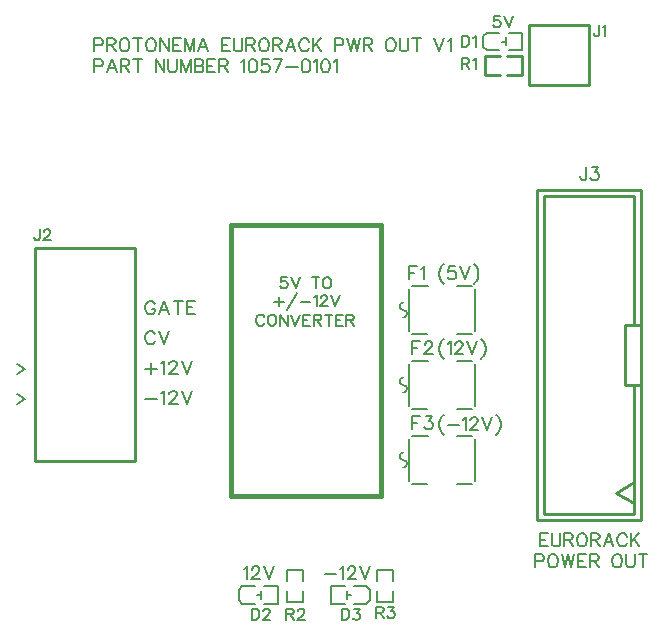
<source format=gto>
G04 Layer: TopSilkscreenLayer*
G04 EasyEDA v6.5.32, 2023-07-25 14:04:49*
G04 c8ab560ed44a410f903f0410a66912ea,5a6b42c53f6a479593ecc07194224c93,10*
G04 Gerber Generator version 0.2*
G04 Scale: 100 percent, Rotated: No, Reflected: No *
G04 Dimensions in millimeters *
G04 leading zeros omitted , absolute positions ,4 integer and 5 decimal *
%FSLAX45Y45*%
%MOMM*%

%ADD10C,0.1524*%
%ADD11C,0.3860*%
%ADD12C,0.1500*%
%ADD13C,0.2540*%
%ADD14C,0.1520*%
%ADD15C,0.0114*%

%LPD*%
D10*
X762000Y5423915D02*
G01*
X762000Y5314950D01*
X762000Y5423915D02*
G01*
X808736Y5423915D01*
X824229Y5418836D01*
X829563Y5413502D01*
X834644Y5403087D01*
X834644Y5387594D01*
X829563Y5377179D01*
X824229Y5372100D01*
X808736Y5366765D01*
X762000Y5366765D01*
X910589Y5423915D02*
G01*
X868934Y5314950D01*
X910589Y5423915D02*
G01*
X952245Y5314950D01*
X884681Y5351271D02*
G01*
X936497Y5351271D01*
X986536Y5423915D02*
G01*
X986536Y5314950D01*
X986536Y5423915D02*
G01*
X1033271Y5423915D01*
X1048765Y5418836D01*
X1054100Y5413502D01*
X1059179Y5403087D01*
X1059179Y5392673D01*
X1054100Y5382260D01*
X1048765Y5377179D01*
X1033271Y5372100D01*
X986536Y5372100D01*
X1022857Y5372100D02*
G01*
X1059179Y5314950D01*
X1129792Y5423915D02*
G01*
X1129792Y5314950D01*
X1093470Y5423915D02*
G01*
X1166113Y5423915D01*
X1280413Y5423915D02*
G01*
X1280413Y5314950D01*
X1280413Y5423915D02*
G01*
X1353312Y5314950D01*
X1353312Y5423915D02*
G01*
X1353312Y5314950D01*
X1387602Y5423915D02*
G01*
X1387602Y5345937D01*
X1392681Y5330444D01*
X1403095Y5320029D01*
X1418589Y5314950D01*
X1429004Y5314950D01*
X1444752Y5320029D01*
X1455165Y5330444D01*
X1460245Y5345937D01*
X1460245Y5423915D01*
X1494536Y5423915D02*
G01*
X1494536Y5314950D01*
X1494536Y5423915D02*
G01*
X1536192Y5314950D01*
X1577594Y5423915D02*
G01*
X1536192Y5314950D01*
X1577594Y5423915D02*
G01*
X1577594Y5314950D01*
X1611884Y5423915D02*
G01*
X1611884Y5314950D01*
X1611884Y5423915D02*
G01*
X1658620Y5423915D01*
X1674368Y5418836D01*
X1679447Y5413502D01*
X1684781Y5403087D01*
X1684781Y5392673D01*
X1679447Y5382260D01*
X1674368Y5377179D01*
X1658620Y5372100D01*
X1611884Y5372100D02*
G01*
X1658620Y5372100D01*
X1674368Y5366765D01*
X1679447Y5361686D01*
X1684781Y5351271D01*
X1684781Y5335523D01*
X1679447Y5325110D01*
X1674368Y5320029D01*
X1658620Y5314950D01*
X1611884Y5314950D01*
X1719071Y5423915D02*
G01*
X1719071Y5314950D01*
X1719071Y5423915D02*
G01*
X1786636Y5423915D01*
X1719071Y5372100D02*
G01*
X1760473Y5372100D01*
X1719071Y5314950D02*
G01*
X1786636Y5314950D01*
X1820926Y5423915D02*
G01*
X1820926Y5314950D01*
X1820926Y5423915D02*
G01*
X1867662Y5423915D01*
X1883155Y5418836D01*
X1888489Y5413502D01*
X1893570Y5403087D01*
X1893570Y5392673D01*
X1888489Y5382260D01*
X1883155Y5377179D01*
X1867662Y5372100D01*
X1820926Y5372100D01*
X1857247Y5372100D02*
G01*
X1893570Y5314950D01*
X2007870Y5403087D02*
G01*
X2018284Y5408421D01*
X2033777Y5423915D01*
X2033777Y5314950D01*
X2099309Y5423915D02*
G01*
X2083815Y5418836D01*
X2073402Y5403087D01*
X2068068Y5377179D01*
X2068068Y5361686D01*
X2073402Y5335523D01*
X2083815Y5320029D01*
X2099309Y5314950D01*
X2109724Y5314950D01*
X2125218Y5320029D01*
X2135631Y5335523D01*
X2140965Y5361686D01*
X2140965Y5377179D01*
X2135631Y5403087D01*
X2125218Y5418836D01*
X2109724Y5423915D01*
X2099309Y5423915D01*
X2237486Y5423915D02*
G01*
X2185670Y5423915D01*
X2180336Y5377179D01*
X2185670Y5382260D01*
X2201163Y5387594D01*
X2216658Y5387594D01*
X2232406Y5382260D01*
X2242820Y5372100D01*
X2247900Y5356352D01*
X2247900Y5345937D01*
X2242820Y5330444D01*
X2232406Y5320029D01*
X2216658Y5314950D01*
X2201163Y5314950D01*
X2185670Y5320029D01*
X2180336Y5325110D01*
X2175256Y5335523D01*
X2354834Y5423915D02*
G01*
X2303018Y5314950D01*
X2282190Y5423915D02*
G01*
X2354834Y5423915D01*
X2389124Y5361686D02*
G01*
X2482850Y5361686D01*
X2548127Y5423915D02*
G01*
X2532634Y5418836D01*
X2522220Y5403087D01*
X2517140Y5377179D01*
X2517140Y5361686D01*
X2522220Y5335523D01*
X2532634Y5320029D01*
X2548127Y5314950D01*
X2558541Y5314950D01*
X2574290Y5320029D01*
X2584450Y5335523D01*
X2589784Y5361686D01*
X2589784Y5377179D01*
X2584450Y5403087D01*
X2574290Y5418836D01*
X2558541Y5423915D01*
X2548127Y5423915D01*
X2624074Y5403087D02*
G01*
X2634488Y5408421D01*
X2649981Y5423915D01*
X2649981Y5314950D01*
X2715513Y5423915D02*
G01*
X2700020Y5418836D01*
X2689606Y5403087D01*
X2684272Y5377179D01*
X2684272Y5361686D01*
X2689606Y5335523D01*
X2700020Y5320029D01*
X2715513Y5314950D01*
X2725927Y5314950D01*
X2741422Y5320029D01*
X2751836Y5335523D01*
X2757170Y5361686D01*
X2757170Y5377179D01*
X2751836Y5403087D01*
X2741422Y5418836D01*
X2725927Y5423915D01*
X2715513Y5423915D01*
X2791459Y5403087D02*
G01*
X2801620Y5408421D01*
X2817368Y5423915D01*
X2817368Y5314950D01*
X762000Y5601715D02*
G01*
X762000Y5492750D01*
X762000Y5601715D02*
G01*
X808736Y5601715D01*
X824229Y5596636D01*
X829563Y5591302D01*
X834644Y5580887D01*
X834644Y5565394D01*
X829563Y5554979D01*
X824229Y5549900D01*
X808736Y5544565D01*
X762000Y5544565D01*
X868934Y5601715D02*
G01*
X868934Y5492750D01*
X868934Y5601715D02*
G01*
X915670Y5601715D01*
X931418Y5596636D01*
X936497Y5591302D01*
X941831Y5580887D01*
X941831Y5570473D01*
X936497Y5560060D01*
X931418Y5554979D01*
X915670Y5549900D01*
X868934Y5549900D01*
X905510Y5549900D02*
G01*
X941831Y5492750D01*
X1007110Y5601715D02*
G01*
X996950Y5596636D01*
X986536Y5586221D01*
X981202Y5575807D01*
X976121Y5560060D01*
X976121Y5534152D01*
X981202Y5518657D01*
X986536Y5508244D01*
X996950Y5497829D01*
X1007110Y5492750D01*
X1027937Y5492750D01*
X1038352Y5497829D01*
X1048765Y5508244D01*
X1054100Y5518657D01*
X1059179Y5534152D01*
X1059179Y5560060D01*
X1054100Y5575807D01*
X1048765Y5586221D01*
X1038352Y5596636D01*
X1027937Y5601715D01*
X1007110Y5601715D01*
X1129792Y5601715D02*
G01*
X1129792Y5492750D01*
X1093470Y5601715D02*
G01*
X1166113Y5601715D01*
X1231645Y5601715D02*
G01*
X1221231Y5596636D01*
X1210818Y5586221D01*
X1205737Y5575807D01*
X1200404Y5560060D01*
X1200404Y5534152D01*
X1205737Y5518657D01*
X1210818Y5508244D01*
X1221231Y5497829D01*
X1231645Y5492750D01*
X1252473Y5492750D01*
X1262887Y5497829D01*
X1273302Y5508244D01*
X1278381Y5518657D01*
X1283715Y5534152D01*
X1283715Y5560060D01*
X1278381Y5575807D01*
X1273302Y5586221D01*
X1262887Y5596636D01*
X1252473Y5601715D01*
X1231645Y5601715D01*
X1318005Y5601715D02*
G01*
X1318005Y5492750D01*
X1318005Y5601715D02*
G01*
X1390650Y5492750D01*
X1390650Y5601715D02*
G01*
X1390650Y5492750D01*
X1424939Y5601715D02*
G01*
X1424939Y5492750D01*
X1424939Y5601715D02*
G01*
X1492504Y5601715D01*
X1424939Y5549900D02*
G01*
X1466595Y5549900D01*
X1424939Y5492750D02*
G01*
X1492504Y5492750D01*
X1526794Y5601715D02*
G01*
X1526794Y5492750D01*
X1526794Y5601715D02*
G01*
X1568450Y5492750D01*
X1609852Y5601715D02*
G01*
X1568450Y5492750D01*
X1609852Y5601715D02*
G01*
X1609852Y5492750D01*
X1685797Y5601715D02*
G01*
X1644142Y5492750D01*
X1685797Y5601715D02*
G01*
X1727200Y5492750D01*
X1659889Y5529071D02*
G01*
X1711705Y5529071D01*
X1841500Y5601715D02*
G01*
X1841500Y5492750D01*
X1841500Y5601715D02*
G01*
X1909063Y5601715D01*
X1841500Y5549900D02*
G01*
X1883155Y5549900D01*
X1841500Y5492750D02*
G01*
X1909063Y5492750D01*
X1943354Y5601715D02*
G01*
X1943354Y5523737D01*
X1948688Y5508244D01*
X1959102Y5497829D01*
X1974595Y5492750D01*
X1985009Y5492750D01*
X2000504Y5497829D01*
X2010918Y5508244D01*
X2016252Y5523737D01*
X2016252Y5601715D01*
X2050541Y5601715D02*
G01*
X2050541Y5492750D01*
X2050541Y5601715D02*
G01*
X2097277Y5601715D01*
X2112772Y5596636D01*
X2118106Y5591302D01*
X2123186Y5580887D01*
X2123186Y5570473D01*
X2118106Y5560060D01*
X2112772Y5554979D01*
X2097277Y5549900D01*
X2050541Y5549900D01*
X2086863Y5549900D02*
G01*
X2123186Y5492750D01*
X2188718Y5601715D02*
G01*
X2178304Y5596636D01*
X2167890Y5586221D01*
X2162809Y5575807D01*
X2157475Y5560060D01*
X2157475Y5534152D01*
X2162809Y5518657D01*
X2167890Y5508244D01*
X2178304Y5497829D01*
X2188718Y5492750D01*
X2209545Y5492750D01*
X2219959Y5497829D01*
X2230120Y5508244D01*
X2235454Y5518657D01*
X2240534Y5534152D01*
X2240534Y5560060D01*
X2235454Y5575807D01*
X2230120Y5586221D01*
X2219959Y5596636D01*
X2209545Y5601715D01*
X2188718Y5601715D01*
X2274824Y5601715D02*
G01*
X2274824Y5492750D01*
X2274824Y5601715D02*
G01*
X2321559Y5601715D01*
X2337308Y5596636D01*
X2342388Y5591302D01*
X2347722Y5580887D01*
X2347722Y5570473D01*
X2342388Y5560060D01*
X2337308Y5554979D01*
X2321559Y5549900D01*
X2274824Y5549900D01*
X2311400Y5549900D02*
G01*
X2347722Y5492750D01*
X2423413Y5601715D02*
G01*
X2382011Y5492750D01*
X2423413Y5601715D02*
G01*
X2465070Y5492750D01*
X2397506Y5529071D02*
G01*
X2449575Y5529071D01*
X2577338Y5575807D02*
G01*
X2572004Y5586221D01*
X2561590Y5596636D01*
X2551429Y5601715D01*
X2530602Y5601715D01*
X2520188Y5596636D01*
X2509774Y5586221D01*
X2504440Y5575807D01*
X2499359Y5560060D01*
X2499359Y5534152D01*
X2504440Y5518657D01*
X2509774Y5508244D01*
X2520188Y5497829D01*
X2530602Y5492750D01*
X2551429Y5492750D01*
X2561590Y5497829D01*
X2572004Y5508244D01*
X2577338Y5518657D01*
X2611627Y5601715D02*
G01*
X2611627Y5492750D01*
X2684272Y5601715D02*
G01*
X2611627Y5529071D01*
X2637536Y5554979D02*
G01*
X2684272Y5492750D01*
X2798572Y5601715D02*
G01*
X2798572Y5492750D01*
X2798572Y5601715D02*
G01*
X2845308Y5601715D01*
X2861056Y5596636D01*
X2866136Y5591302D01*
X2871470Y5580887D01*
X2871470Y5565394D01*
X2866136Y5554979D01*
X2861056Y5549900D01*
X2845308Y5544565D01*
X2798572Y5544565D01*
X2905759Y5601715D02*
G01*
X2931668Y5492750D01*
X2957575Y5601715D02*
G01*
X2931668Y5492750D01*
X2957575Y5601715D02*
G01*
X2983484Y5492750D01*
X3009645Y5601715D02*
G01*
X2983484Y5492750D01*
X3043936Y5601715D02*
G01*
X3043936Y5492750D01*
X3043936Y5601715D02*
G01*
X3090672Y5601715D01*
X3106165Y5596636D01*
X3111500Y5591302D01*
X3116579Y5580887D01*
X3116579Y5570473D01*
X3111500Y5560060D01*
X3106165Y5554979D01*
X3090672Y5549900D01*
X3043936Y5549900D01*
X3080258Y5549900D02*
G01*
X3116579Y5492750D01*
X3262122Y5601715D02*
G01*
X3251708Y5596636D01*
X3241293Y5586221D01*
X3235959Y5575807D01*
X3230879Y5560060D01*
X3230879Y5534152D01*
X3235959Y5518657D01*
X3241293Y5508244D01*
X3251708Y5497829D01*
X3262122Y5492750D01*
X3282950Y5492750D01*
X3293109Y5497829D01*
X3303524Y5508244D01*
X3308858Y5518657D01*
X3313938Y5534152D01*
X3313938Y5560060D01*
X3308858Y5575807D01*
X3303524Y5586221D01*
X3293109Y5596636D01*
X3282950Y5601715D01*
X3262122Y5601715D01*
X3348227Y5601715D02*
G01*
X3348227Y5523737D01*
X3353561Y5508244D01*
X3363975Y5497829D01*
X3379470Y5492750D01*
X3389884Y5492750D01*
X3405377Y5497829D01*
X3415791Y5508244D01*
X3421125Y5523737D01*
X3421125Y5601715D01*
X3491738Y5601715D02*
G01*
X3491738Y5492750D01*
X3455415Y5601715D02*
G01*
X3528059Y5601715D01*
X3642359Y5601715D02*
G01*
X3684015Y5492750D01*
X3725418Y5601715D02*
G01*
X3684015Y5492750D01*
X3759708Y5580887D02*
G01*
X3770122Y5586221D01*
X3785870Y5601715D01*
X3785870Y5492750D01*
X4533879Y1410698D02*
G01*
X4533879Y1301595D01*
X4533879Y1410698D02*
G01*
X4601420Y1410698D01*
X4533879Y1358745D02*
G01*
X4575444Y1358745D01*
X4533879Y1301595D02*
G01*
X4601420Y1301595D01*
X4635710Y1410698D02*
G01*
X4635710Y1332765D01*
X4640905Y1317180D01*
X4651296Y1306789D01*
X4666884Y1301595D01*
X4677275Y1301595D01*
X4692860Y1306789D01*
X4703251Y1317180D01*
X4708446Y1332765D01*
X4708446Y1410698D01*
X4742736Y1410698D02*
G01*
X4742736Y1301595D01*
X4742736Y1410698D02*
G01*
X4789495Y1410698D01*
X4805083Y1405503D01*
X4810277Y1400307D01*
X4815474Y1389915D01*
X4815474Y1379524D01*
X4810277Y1369133D01*
X4805083Y1363939D01*
X4789495Y1358745D01*
X4742736Y1358745D01*
X4779103Y1358745D02*
G01*
X4815474Y1301595D01*
X4880935Y1410698D02*
G01*
X4870543Y1405503D01*
X4860155Y1395112D01*
X4854958Y1384721D01*
X4849764Y1369133D01*
X4849764Y1343157D01*
X4854958Y1327571D01*
X4860155Y1317180D01*
X4870543Y1306789D01*
X4880935Y1301595D01*
X4901717Y1301595D01*
X4912108Y1306789D01*
X4922499Y1317180D01*
X4927693Y1327571D01*
X4932890Y1343157D01*
X4932890Y1369133D01*
X4927693Y1384721D01*
X4922499Y1395112D01*
X4912108Y1405503D01*
X4901717Y1410698D01*
X4880935Y1410698D01*
X4967180Y1410698D02*
G01*
X4967180Y1301595D01*
X4967180Y1410698D02*
G01*
X5013939Y1410698D01*
X5029525Y1405503D01*
X5034721Y1400307D01*
X5039916Y1389915D01*
X5039916Y1379524D01*
X5034721Y1369133D01*
X5029525Y1363939D01*
X5013939Y1358745D01*
X4967180Y1358745D01*
X5003548Y1358745D02*
G01*
X5039916Y1301595D01*
X5115770Y1410698D02*
G01*
X5074206Y1301595D01*
X5115770Y1410698D02*
G01*
X5157335Y1301595D01*
X5089794Y1337962D02*
G01*
X5141747Y1337962D01*
X5269555Y1384721D02*
G01*
X5264360Y1395112D01*
X5253969Y1405503D01*
X5243578Y1410698D01*
X5222796Y1410698D01*
X5212405Y1405503D01*
X5202013Y1395112D01*
X5196819Y1384721D01*
X5191625Y1369133D01*
X5191625Y1343157D01*
X5196819Y1327571D01*
X5202013Y1317180D01*
X5212405Y1306789D01*
X5222796Y1301595D01*
X5243578Y1301595D01*
X5253969Y1306789D01*
X5264360Y1317180D01*
X5269555Y1327571D01*
X5303845Y1410698D02*
G01*
X5303845Y1301595D01*
X5376583Y1410698D02*
G01*
X5303845Y1337962D01*
X5329824Y1363939D02*
G01*
X5376583Y1301595D01*
X4495789Y1232913D02*
G01*
X4495789Y1123947D01*
X4495789Y1232913D02*
G01*
X4542525Y1232913D01*
X4558019Y1227833D01*
X4563353Y1222499D01*
X4568433Y1212085D01*
X4568433Y1196591D01*
X4563353Y1186177D01*
X4558019Y1181097D01*
X4542525Y1175763D01*
X4495789Y1175763D01*
X4633965Y1232913D02*
G01*
X4623551Y1227833D01*
X4613137Y1217419D01*
X4608057Y1207005D01*
X4602723Y1191257D01*
X4602723Y1165349D01*
X4608057Y1149855D01*
X4613137Y1139441D01*
X4623551Y1129027D01*
X4633965Y1123947D01*
X4654793Y1123947D01*
X4665207Y1129027D01*
X4675621Y1139441D01*
X4680701Y1149855D01*
X4686035Y1165349D01*
X4686035Y1191257D01*
X4680701Y1207005D01*
X4675621Y1217419D01*
X4665207Y1227833D01*
X4654793Y1232913D01*
X4633965Y1232913D01*
X4720325Y1232913D02*
G01*
X4746233Y1123947D01*
X4772141Y1232913D02*
G01*
X4746233Y1123947D01*
X4772141Y1232913D02*
G01*
X4798049Y1123947D01*
X4824211Y1232913D02*
G01*
X4798049Y1123947D01*
X4858501Y1232913D02*
G01*
X4858501Y1123947D01*
X4858501Y1232913D02*
G01*
X4926065Y1232913D01*
X4858501Y1181097D02*
G01*
X4899903Y1181097D01*
X4858501Y1123947D02*
G01*
X4926065Y1123947D01*
X4960355Y1232913D02*
G01*
X4960355Y1123947D01*
X4960355Y1232913D02*
G01*
X5007091Y1232913D01*
X5022585Y1227833D01*
X5027919Y1222499D01*
X5032999Y1212085D01*
X5032999Y1201671D01*
X5027919Y1191257D01*
X5022585Y1186177D01*
X5007091Y1181097D01*
X4960355Y1181097D01*
X4996677Y1181097D02*
G01*
X5032999Y1123947D01*
X5178541Y1232913D02*
G01*
X5168127Y1227833D01*
X5157713Y1217419D01*
X5152379Y1207005D01*
X5147299Y1191257D01*
X5147299Y1165349D01*
X5152379Y1149855D01*
X5157713Y1139441D01*
X5168127Y1129027D01*
X5178541Y1123947D01*
X5199369Y1123947D01*
X5209529Y1129027D01*
X5219943Y1139441D01*
X5225277Y1149855D01*
X5230357Y1165349D01*
X5230357Y1191257D01*
X5225277Y1207005D01*
X5219943Y1217419D01*
X5209529Y1227833D01*
X5199369Y1232913D01*
X5178541Y1232913D01*
X5264647Y1232913D02*
G01*
X5264647Y1154935D01*
X5269981Y1139441D01*
X5280395Y1129027D01*
X5295889Y1123947D01*
X5306303Y1123947D01*
X5321797Y1129027D01*
X5332211Y1139441D01*
X5337545Y1154935D01*
X5337545Y1232913D01*
X5408157Y1232913D02*
G01*
X5408157Y1123947D01*
X5371835Y1232913D02*
G01*
X5444479Y1232913D01*
X4194797Y5790427D02*
G01*
X4149331Y5790427D01*
X4144759Y5749533D01*
X4149331Y5754105D01*
X4162793Y5758677D01*
X4176509Y5758677D01*
X4190225Y5754105D01*
X4199369Y5744961D01*
X4203941Y5731499D01*
X4203941Y5722355D01*
X4199369Y5708639D01*
X4190225Y5699495D01*
X4176509Y5694923D01*
X4162793Y5694923D01*
X4149331Y5699495D01*
X4144759Y5704067D01*
X4140187Y5713211D01*
X4233913Y5790427D02*
G01*
X4270235Y5694923D01*
X4306557Y5790427D02*
G01*
X4270235Y5694923D01*
X1275560Y3352243D02*
G01*
X1270226Y3363165D01*
X1259304Y3374087D01*
X1248382Y3379675D01*
X1226538Y3379675D01*
X1215616Y3374087D01*
X1204694Y3363165D01*
X1199106Y3352243D01*
X1193772Y3335987D01*
X1193772Y3308809D01*
X1199106Y3292299D01*
X1204694Y3281377D01*
X1215616Y3270455D01*
X1226538Y3265121D01*
X1248382Y3265121D01*
X1259304Y3270455D01*
X1270226Y3281377D01*
X1275560Y3292299D01*
X1275560Y3308809D01*
X1248382Y3308809D02*
G01*
X1275560Y3308809D01*
X1355316Y3379675D02*
G01*
X1311628Y3265121D01*
X1355316Y3379675D02*
G01*
X1398750Y3265121D01*
X1327884Y3303221D02*
G01*
X1382494Y3303221D01*
X1473172Y3379675D02*
G01*
X1473172Y3265121D01*
X1434818Y3379675D02*
G01*
X1511272Y3379675D01*
X1547340Y3379675D02*
G01*
X1547340Y3265121D01*
X1547340Y3379675D02*
G01*
X1618206Y3379675D01*
X1547340Y3325065D02*
G01*
X1590774Y3325065D01*
X1547340Y3265121D02*
G01*
X1618206Y3265121D01*
X1275587Y3098292D02*
G01*
X1270254Y3109213D01*
X1259331Y3120136D01*
X1248410Y3125723D01*
X1226565Y3125723D01*
X1215644Y3120136D01*
X1204721Y3109213D01*
X1199134Y3098292D01*
X1193800Y3082036D01*
X1193800Y3054604D01*
X1199134Y3038347D01*
X1204721Y3027426D01*
X1215644Y3016504D01*
X1226565Y3011170D01*
X1248410Y3011170D01*
X1259331Y3016504D01*
X1270254Y3027426D01*
X1275587Y3038347D01*
X1311655Y3125723D02*
G01*
X1355344Y3011170D01*
X1398778Y3125723D02*
G01*
X1355344Y3011170D01*
X1242821Y2855213D02*
G01*
X1242821Y2757170D01*
X1193800Y2806192D02*
G01*
X1291844Y2806192D01*
X1327912Y2849879D02*
G01*
X1338834Y2855213D01*
X1355344Y2871723D01*
X1355344Y2757170D01*
X1396745Y2844292D02*
G01*
X1396745Y2849879D01*
X1402079Y2860802D01*
X1407668Y2866136D01*
X1418589Y2871723D01*
X1440434Y2871723D01*
X1451102Y2866136D01*
X1456689Y2860802D01*
X1462023Y2849879D01*
X1462023Y2838957D01*
X1456689Y2828036D01*
X1445768Y2811526D01*
X1391157Y2757170D01*
X1467612Y2757170D01*
X1503679Y2871723D02*
G01*
X1547113Y2757170D01*
X1590802Y2871723D02*
G01*
X1547113Y2757170D01*
X1193800Y2552192D02*
G01*
X1291844Y2552192D01*
X1327912Y2595879D02*
G01*
X1338834Y2601213D01*
X1355344Y2617723D01*
X1355344Y2503170D01*
X1396745Y2590292D02*
G01*
X1396745Y2595879D01*
X1402079Y2606802D01*
X1407668Y2612136D01*
X1418589Y2617723D01*
X1440434Y2617723D01*
X1451102Y2612136D01*
X1456689Y2606802D01*
X1462023Y2595879D01*
X1462023Y2584957D01*
X1456689Y2574036D01*
X1445768Y2557526D01*
X1391157Y2503170D01*
X1467612Y2503170D01*
X1503679Y2617723D02*
G01*
X1547113Y2503170D01*
X1590802Y2617723D02*
G01*
X1547113Y2503170D01*
X299440Y3987030D02*
G01*
X299440Y3914386D01*
X294868Y3900670D01*
X290296Y3896098D01*
X281152Y3891526D01*
X272262Y3891526D01*
X263118Y3896098D01*
X258546Y3900670D01*
X253974Y3914386D01*
X253974Y3923530D01*
X333984Y3964424D02*
G01*
X333984Y3968996D01*
X338556Y3977886D01*
X343128Y3982458D01*
X352272Y3987030D01*
X370306Y3987030D01*
X379450Y3982458D01*
X384022Y3977886D01*
X388594Y3968996D01*
X388594Y3959852D01*
X384022Y3950708D01*
X374878Y3936992D01*
X329412Y3891526D01*
X393166Y3891526D01*
X2391409Y3580627D02*
G01*
X2345943Y3580627D01*
X2341372Y3539733D01*
X2345943Y3544305D01*
X2359406Y3548877D01*
X2373122Y3548877D01*
X2386838Y3544305D01*
X2395981Y3535161D01*
X2400554Y3521699D01*
X2400554Y3512555D01*
X2395981Y3498839D01*
X2386838Y3489695D01*
X2373122Y3485123D01*
X2359406Y3485123D01*
X2345943Y3489695D01*
X2341372Y3494267D01*
X2336800Y3503411D01*
X2430525Y3580627D02*
G01*
X2466847Y3485123D01*
X2503170Y3580627D02*
G01*
X2466847Y3485123D01*
X2634995Y3580627D02*
G01*
X2634995Y3485123D01*
X2603245Y3580627D02*
G01*
X2666745Y3580627D01*
X2724150Y3580627D02*
G01*
X2715006Y3576055D01*
X2705861Y3567165D01*
X2701290Y3558021D01*
X2696718Y3544305D01*
X2696718Y3521699D01*
X2701290Y3507983D01*
X2705861Y3498839D01*
X2715006Y3489695D01*
X2724150Y3485123D01*
X2742184Y3485123D01*
X2751327Y3489695D01*
X2760472Y3498839D01*
X2765043Y3507983D01*
X2769615Y3521699D01*
X2769615Y3544305D01*
X2765043Y3558021D01*
X2760472Y3567165D01*
X2751327Y3576055D01*
X2742184Y3580627D01*
X2724150Y3580627D01*
X2326893Y3414765D02*
G01*
X2326893Y3332723D01*
X2286000Y3373871D02*
G01*
X2367788Y3373871D01*
X2479547Y3446515D02*
G01*
X2397759Y3300973D01*
X2509520Y3373871D02*
G01*
X2591561Y3373871D01*
X2621534Y3410193D02*
G01*
X2630424Y3414765D01*
X2644140Y3428227D01*
X2644140Y3332723D01*
X2678684Y3405621D02*
G01*
X2678684Y3410193D01*
X2683256Y3419083D01*
X2687827Y3423655D01*
X2696972Y3428227D01*
X2715006Y3428227D01*
X2724150Y3423655D01*
X2728722Y3419083D01*
X2733293Y3410193D01*
X2733293Y3401049D01*
X2728722Y3391905D01*
X2719577Y3378189D01*
X2674111Y3332723D01*
X2737865Y3332723D01*
X2767838Y3428227D02*
G01*
X2804159Y3332723D01*
X2840481Y3428227D02*
G01*
X2804159Y3332723D01*
X2201672Y3240521D02*
G01*
X2197354Y3249665D01*
X2188209Y3258555D01*
X2179065Y3263127D01*
X2160777Y3263127D01*
X2151888Y3258555D01*
X2142743Y3249665D01*
X2138172Y3240521D01*
X2133600Y3226805D01*
X2133600Y3204199D01*
X2138172Y3190483D01*
X2142743Y3181339D01*
X2151888Y3172195D01*
X2160777Y3167623D01*
X2179065Y3167623D01*
X2188209Y3172195D01*
X2197354Y3181339D01*
X2201672Y3190483D01*
X2259075Y3263127D02*
G01*
X2249931Y3258555D01*
X2240788Y3249665D01*
X2236215Y3240521D01*
X2231897Y3226805D01*
X2231897Y3204199D01*
X2236215Y3190483D01*
X2240788Y3181339D01*
X2249931Y3172195D01*
X2259075Y3167623D01*
X2277109Y3167623D01*
X2286254Y3172195D01*
X2295397Y3181339D01*
X2299970Y3190483D01*
X2304541Y3204199D01*
X2304541Y3226805D01*
X2299970Y3240521D01*
X2295397Y3249665D01*
X2286254Y3258555D01*
X2277109Y3263127D01*
X2259075Y3263127D01*
X2334513Y3263127D02*
G01*
X2334513Y3167623D01*
X2334513Y3263127D02*
G01*
X2398268Y3167623D01*
X2398268Y3263127D02*
G01*
X2398268Y3167623D01*
X2428240Y3263127D02*
G01*
X2464561Y3167623D01*
X2500884Y3263127D02*
G01*
X2464561Y3167623D01*
X2530856Y3263127D02*
G01*
X2530856Y3167623D01*
X2530856Y3263127D02*
G01*
X2590038Y3263127D01*
X2530856Y3217661D02*
G01*
X2567177Y3217661D01*
X2530856Y3167623D02*
G01*
X2590038Y3167623D01*
X2620009Y3263127D02*
G01*
X2620009Y3167623D01*
X2620009Y3263127D02*
G01*
X2660904Y3263127D01*
X2674620Y3258555D01*
X2678938Y3253983D01*
X2683509Y3245093D01*
X2683509Y3235949D01*
X2678938Y3226805D01*
X2674620Y3222233D01*
X2660904Y3217661D01*
X2620009Y3217661D01*
X2651759Y3217661D02*
G01*
X2683509Y3167623D01*
X2745486Y3263127D02*
G01*
X2745486Y3167623D01*
X2713481Y3263127D02*
G01*
X2777236Y3263127D01*
X2807208Y3263127D02*
G01*
X2807208Y3167623D01*
X2807208Y3263127D02*
G01*
X2866390Y3263127D01*
X2807208Y3217661D02*
G01*
X2843529Y3217661D01*
X2807208Y3167623D02*
G01*
X2866390Y3167623D01*
X2896361Y3263127D02*
G01*
X2896361Y3167623D01*
X2896361Y3263127D02*
G01*
X2937256Y3263127D01*
X2950972Y3258555D01*
X2955543Y3253983D01*
X2959861Y3245093D01*
X2959861Y3235949D01*
X2955543Y3226805D01*
X2950972Y3222233D01*
X2937256Y3217661D01*
X2896361Y3217661D01*
X2928111Y3217661D02*
G01*
X2959861Y3167623D01*
X3719322Y3692144D02*
G01*
X3708908Y3681729D01*
X3698493Y3666236D01*
X3688079Y3645407D01*
X3683000Y3619500D01*
X3683000Y3598671D01*
X3688079Y3572510D01*
X3698493Y3551936D01*
X3708908Y3536187D01*
X3719322Y3525773D01*
X3816095Y3671315D02*
G01*
X3764025Y3671315D01*
X3758945Y3624579D01*
X3764025Y3629660D01*
X3779520Y3634994D01*
X3795268Y3634994D01*
X3810761Y3629660D01*
X3821175Y3619500D01*
X3826509Y3603752D01*
X3826509Y3593337D01*
X3821175Y3577844D01*
X3810761Y3567429D01*
X3795268Y3562350D01*
X3779520Y3562350D01*
X3764025Y3567429D01*
X3758945Y3572510D01*
X3753611Y3582923D01*
X3860800Y3671315D02*
G01*
X3902202Y3562350D01*
X3943858Y3671315D02*
G01*
X3902202Y3562350D01*
X3978147Y3692144D02*
G01*
X3988561Y3681729D01*
X3998975Y3666236D01*
X4009390Y3645407D01*
X4014470Y3619500D01*
X4014470Y3598671D01*
X4009390Y3572510D01*
X3998975Y3551936D01*
X3988561Y3536187D01*
X3978147Y3525773D01*
X3719322Y3057144D02*
G01*
X3708908Y3046729D01*
X3698493Y3031236D01*
X3688079Y3010407D01*
X3683000Y2984245D01*
X3683000Y2963671D01*
X3688079Y2937510D01*
X3698493Y2916936D01*
X3708908Y2901187D01*
X3719322Y2890773D01*
X3753611Y3015487D02*
G01*
X3764025Y3020821D01*
X3779520Y3036315D01*
X3779520Y2927095D01*
X3819143Y3010407D02*
G01*
X3819143Y3015487D01*
X3824224Y3025902D01*
X3829558Y3031236D01*
X3839972Y3036315D01*
X3860800Y3036315D01*
X3870959Y3031236D01*
X3876293Y3025902D01*
X3881374Y3015487D01*
X3881374Y3005073D01*
X3876293Y2994660D01*
X3865879Y2979165D01*
X3813809Y2927095D01*
X3886708Y2927095D01*
X3920997Y3036315D02*
G01*
X3962400Y2927095D01*
X4004056Y3036315D02*
G01*
X3962400Y2927095D01*
X4038345Y3057144D02*
G01*
X4048759Y3046729D01*
X4059174Y3031236D01*
X4069588Y3010407D01*
X4074668Y2984245D01*
X4074668Y2963671D01*
X4069588Y2937510D01*
X4059174Y2916936D01*
X4048759Y2901187D01*
X4038345Y2890773D01*
X3719322Y2414523D02*
G01*
X3708908Y2404363D01*
X3698493Y2388615D01*
X3688079Y2367787D01*
X3683000Y2341879D01*
X3683000Y2321052D01*
X3688079Y2295144D01*
X3698493Y2274315D01*
X3708908Y2258821D01*
X3719322Y2248407D01*
X3753611Y2331465D02*
G01*
X3847084Y2331465D01*
X3881374Y2373121D02*
G01*
X3891788Y2378202D01*
X3907536Y2393950D01*
X3907536Y2284729D01*
X3946906Y2367787D02*
G01*
X3946906Y2373121D01*
X3952240Y2383536D01*
X3957320Y2388615D01*
X3967734Y2393950D01*
X3988561Y2393950D01*
X3998975Y2388615D01*
X4004056Y2383536D01*
X4009390Y2373121D01*
X4009390Y2362707D01*
X4004056Y2352294D01*
X3993641Y2336800D01*
X3941825Y2284729D01*
X4014470Y2284729D01*
X4048759Y2393950D02*
G01*
X4090415Y2284729D01*
X4131818Y2393950D02*
G01*
X4090415Y2284729D01*
X4166108Y2414523D02*
G01*
X4176522Y2404363D01*
X4186936Y2388615D01*
X4197350Y2367787D01*
X4202429Y2341879D01*
X4202429Y2321052D01*
X4197350Y2295144D01*
X4186936Y2274315D01*
X4176522Y2258821D01*
X4166108Y2248407D01*
X2032000Y1110485D02*
G01*
X2042413Y1115819D01*
X2057908Y1131313D01*
X2057908Y1022347D01*
X2097531Y1105405D02*
G01*
X2097531Y1110485D01*
X2102611Y1120899D01*
X2107945Y1126233D01*
X2118359Y1131313D01*
X2138934Y1131313D01*
X2149347Y1126233D01*
X2154681Y1120899D01*
X2159761Y1110485D01*
X2159761Y1100071D01*
X2154681Y1089657D01*
X2144268Y1074163D01*
X2092197Y1022347D01*
X2165095Y1022347D01*
X2199386Y1131313D02*
G01*
X2240788Y1022347D01*
X2282443Y1131313D02*
G01*
X2240788Y1022347D01*
X2717777Y1069083D02*
G01*
X2811249Y1069083D01*
X2845539Y1110485D02*
G01*
X2855953Y1115819D01*
X2871701Y1131313D01*
X2871701Y1022347D01*
X2911071Y1105405D02*
G01*
X2911071Y1110485D01*
X2916151Y1120899D01*
X2921485Y1126233D01*
X2931899Y1131313D01*
X2952727Y1131313D01*
X2963141Y1126233D01*
X2968221Y1120899D01*
X2973301Y1110485D01*
X2973301Y1100071D01*
X2968221Y1089657D01*
X2957807Y1074163D01*
X2905991Y1022347D01*
X2978635Y1022347D01*
X3012925Y1131313D02*
G01*
X3054581Y1022347D01*
X3095983Y1131313D02*
G01*
X3054581Y1022347D01*
X105227Y2506685D02*
G01*
X177871Y2547833D01*
X105227Y2588727D01*
X105227Y2760685D02*
G01*
X177871Y2801833D01*
X105227Y2842727D01*
X5036565Y5714237D02*
G01*
X5036565Y5641594D01*
X5031993Y5627878D01*
X5027422Y5623305D01*
X5018277Y5618734D01*
X5009388Y5618734D01*
X5000243Y5623305D01*
X4995672Y5627878D01*
X4991100Y5641594D01*
X4991100Y5650737D01*
X5066538Y5696204D02*
G01*
X5075681Y5700776D01*
X5089397Y5714237D01*
X5089397Y5618734D01*
X2387594Y773935D02*
G01*
X2387594Y678431D01*
X2387594Y773935D02*
G01*
X2428488Y773935D01*
X2442204Y769363D01*
X2446776Y764791D01*
X2451348Y755901D01*
X2451348Y746757D01*
X2446776Y737613D01*
X2442204Y733041D01*
X2428488Y728469D01*
X2387594Y728469D01*
X2419344Y728469D02*
G01*
X2451348Y678431D01*
X2485892Y751329D02*
G01*
X2485892Y755901D01*
X2490210Y764791D01*
X2494782Y769363D01*
X2503926Y773935D01*
X2522214Y773935D01*
X2531104Y769363D01*
X2535676Y764791D01*
X2540248Y755901D01*
X2540248Y746757D01*
X2535676Y737613D01*
X2526786Y723897D01*
X2481320Y678431D01*
X2544820Y678431D01*
X2095500Y773937D02*
G01*
X2095500Y678434D01*
X2095500Y773937D02*
G01*
X2127250Y773937D01*
X2140965Y769365D01*
X2150109Y760476D01*
X2154681Y751331D01*
X2159254Y737615D01*
X2159254Y715010D01*
X2154681Y701294D01*
X2150109Y692150D01*
X2140965Y683005D01*
X2127250Y678434D01*
X2095500Y678434D01*
X2193797Y751331D02*
G01*
X2193797Y755904D01*
X2198115Y764794D01*
X2202688Y769365D01*
X2211831Y773937D01*
X2230120Y773937D01*
X2239009Y769365D01*
X2243581Y764794D01*
X2248154Y755904D01*
X2248154Y746760D01*
X2243581Y737615D01*
X2234691Y723900D01*
X2189225Y678434D01*
X2252725Y678434D01*
X3149592Y786635D02*
G01*
X3149592Y691131D01*
X3149592Y786635D02*
G01*
X3190486Y786635D01*
X3204202Y782063D01*
X3208774Y777491D01*
X3213346Y768601D01*
X3213346Y759457D01*
X3208774Y750313D01*
X3204202Y745741D01*
X3190486Y741169D01*
X3149592Y741169D01*
X3181342Y741169D02*
G01*
X3213346Y691131D01*
X3252208Y786635D02*
G01*
X3302246Y786635D01*
X3275068Y750313D01*
X3288784Y750313D01*
X3297674Y745741D01*
X3302246Y741169D01*
X3306818Y727707D01*
X3306818Y718563D01*
X3302246Y704847D01*
X3293102Y695703D01*
X3279640Y691131D01*
X3265924Y691131D01*
X3252208Y695703D01*
X3247890Y700275D01*
X3243318Y709419D01*
X2857500Y773937D02*
G01*
X2857500Y678434D01*
X2857500Y773937D02*
G01*
X2889250Y773937D01*
X2902965Y769365D01*
X2912109Y760476D01*
X2916681Y751331D01*
X2921254Y737615D01*
X2921254Y715010D01*
X2916681Y701294D01*
X2912109Y692150D01*
X2902965Y683005D01*
X2889250Y678434D01*
X2857500Y678434D01*
X2960115Y773937D02*
G01*
X3010154Y773937D01*
X2982975Y737615D01*
X2996691Y737615D01*
X3005581Y733044D01*
X3010154Y728471D01*
X3014725Y715010D01*
X3014725Y705865D01*
X3010154Y692150D01*
X3001009Y683005D01*
X2987547Y678434D01*
X2973831Y678434D01*
X2960115Y683005D01*
X2955797Y687578D01*
X2951225Y696721D01*
X3873500Y5434837D02*
G01*
X3873500Y5339334D01*
X3873500Y5434837D02*
G01*
X3914393Y5434837D01*
X3928109Y5430265D01*
X3932681Y5425694D01*
X3937254Y5416804D01*
X3937254Y5407660D01*
X3932681Y5398515D01*
X3928109Y5393944D01*
X3914393Y5389371D01*
X3873500Y5389371D01*
X3905250Y5389371D02*
G01*
X3937254Y5339334D01*
X3967225Y5416804D02*
G01*
X3976115Y5421376D01*
X3989831Y5434837D01*
X3989831Y5339334D01*
X3873500Y5625337D02*
G01*
X3873500Y5529834D01*
X3873500Y5625337D02*
G01*
X3905250Y5625337D01*
X3918965Y5620765D01*
X3928109Y5611876D01*
X3932681Y5602731D01*
X3937254Y5589015D01*
X3937254Y5566410D01*
X3932681Y5552694D01*
X3928109Y5543550D01*
X3918965Y5534405D01*
X3905250Y5529834D01*
X3873500Y5529834D01*
X3967225Y5607304D02*
G01*
X3976115Y5611876D01*
X3989831Y5625337D01*
X3989831Y5529834D01*
X4928621Y4509625D02*
G01*
X4928621Y4426313D01*
X4923541Y4410819D01*
X4918461Y4405485D01*
X4908047Y4400405D01*
X4897633Y4400405D01*
X4887219Y4405485D01*
X4881885Y4410819D01*
X4876805Y4426313D01*
X4876805Y4436727D01*
X4973325Y4509625D02*
G01*
X5030475Y4509625D01*
X4999487Y4467969D01*
X5014981Y4467969D01*
X5025395Y4462635D01*
X5030475Y4457555D01*
X5035809Y4442061D01*
X5035809Y4431647D01*
X5030475Y4415899D01*
X5020061Y4405485D01*
X5004567Y4400405D01*
X4989073Y4400405D01*
X4973325Y4405485D01*
X4968245Y4410819D01*
X4962911Y4421233D01*
X3454392Y2401336D02*
G01*
X3454392Y2292116D01*
X3454392Y2401336D02*
G01*
X3521956Y2401336D01*
X3454392Y2349266D02*
G01*
X3496048Y2349266D01*
X3566660Y2401336D02*
G01*
X3623810Y2401336D01*
X3592568Y2359680D01*
X3608062Y2359680D01*
X3618476Y2354600D01*
X3623810Y2349266D01*
X3628890Y2333772D01*
X3628890Y2323358D01*
X3623810Y2307864D01*
X3613396Y2297450D01*
X3597902Y2292116D01*
X3582154Y2292116D01*
X3566660Y2297450D01*
X3561326Y2302530D01*
X3556246Y2312944D01*
X3454392Y3036336D02*
G01*
X3454392Y2927116D01*
X3454392Y3036336D02*
G01*
X3521956Y3036336D01*
X3454392Y2984266D02*
G01*
X3496048Y2984266D01*
X3561326Y3010428D02*
G01*
X3561326Y3015508D01*
X3566660Y3025922D01*
X3571740Y3031256D01*
X3582154Y3036336D01*
X3602982Y3036336D01*
X3613396Y3031256D01*
X3618476Y3025922D01*
X3623810Y3015508D01*
X3623810Y3005094D01*
X3618476Y2994680D01*
X3608062Y2979186D01*
X3556246Y2927116D01*
X3628890Y2927116D01*
X3428992Y3671336D02*
G01*
X3428992Y3562116D01*
X3428992Y3671336D02*
G01*
X3496556Y3671336D01*
X3428992Y3619266D02*
G01*
X3470648Y3619266D01*
X3530846Y3650508D02*
G01*
X3541260Y3655842D01*
X3556754Y3671336D01*
X3556754Y3562116D01*
D11*
X1917700Y4025889D02*
G01*
X3187700Y4025889D01*
X1917700Y4025889D02*
G01*
X1917700Y1725886D01*
X3187700Y4025889D02*
G01*
X3187700Y1725886D01*
X1917700Y1727189D02*
G01*
X3187700Y1727189D01*
D10*
X2529855Y1007818D02*
G01*
X2529855Y1103706D01*
X2397734Y1103706D01*
X2397734Y1007818D01*
X2529855Y922576D02*
G01*
X2529855Y826688D01*
X2397734Y826688D01*
X2397734Y922576D01*
D12*
X2175995Y889220D02*
G01*
X2141994Y889220D01*
X1983988Y853993D02*
G01*
X1983988Y843991D01*
X2013983Y813988D01*
X2198989Y963996D02*
G01*
X2313990Y963996D01*
X2198989Y813988D02*
G01*
X2313990Y813988D01*
X2118989Y963996D02*
G01*
X2013983Y963996D01*
X2118989Y813988D02*
G01*
X2013983Y813988D01*
X2313990Y963983D02*
G01*
X2313990Y815992D01*
X1983988Y923985D02*
G01*
X1983988Y853993D01*
X1983988Y923985D02*
G01*
X1983988Y934001D01*
X2013983Y963996D01*
X2175995Y923993D02*
G01*
X2175995Y855995D01*
D10*
X3159732Y922576D02*
G01*
X3159732Y826688D01*
X3291852Y826688D01*
X3291852Y922576D01*
X3159732Y1007818D02*
G01*
X3159732Y1103706D01*
X3291852Y1103706D01*
X3291852Y1007818D01*
D12*
X2903992Y888776D02*
G01*
X2937992Y888776D01*
X3095998Y924003D02*
G01*
X3095998Y934006D01*
X3066003Y964008D01*
X2880997Y814001D02*
G01*
X2765996Y814001D01*
X2880997Y964008D02*
G01*
X2765996Y964008D01*
X2960997Y814001D02*
G01*
X3066003Y814001D01*
X2960997Y964008D02*
G01*
X3066003Y964008D01*
X2765996Y814014D02*
G01*
X2765996Y962004D01*
X3095998Y854011D02*
G01*
X3095998Y924003D01*
X3095998Y854011D02*
G01*
X3095998Y843996D01*
X3066003Y814001D01*
X2903992Y854003D02*
G01*
X2903992Y922002D01*
D13*
X4074038Y5291587D02*
G01*
X4074038Y5451591D01*
X4384095Y5292097D02*
G01*
X4384095Y5452102D01*
X4199034Y5451591D02*
G01*
X4074038Y5451591D01*
X4199034Y5291587D02*
G01*
X4074038Y5291587D01*
X4259092Y5452102D02*
G01*
X4384095Y5452102D01*
X4259092Y5292097D02*
G01*
X4384095Y5292097D01*
D12*
X4246100Y5575523D02*
G01*
X4212099Y5575523D01*
X4054093Y5540296D02*
G01*
X4054093Y5530293D01*
X4084088Y5500291D01*
X4269094Y5650298D02*
G01*
X4384095Y5650298D01*
X4269094Y5500291D02*
G01*
X4384095Y5500291D01*
X4189095Y5650298D02*
G01*
X4084088Y5650298D01*
X4189095Y5500291D02*
G01*
X4084088Y5500291D01*
X4384095Y5650285D02*
G01*
X4384095Y5502295D01*
X4054093Y5610288D02*
G01*
X4054093Y5540296D01*
X4054093Y5610288D02*
G01*
X4054093Y5620303D01*
X4084088Y5650298D01*
X4246100Y5610296D02*
G01*
X4246100Y5542297D01*
D13*
X4512990Y1525000D02*
G01*
X4512990Y4316991D01*
X4512990Y4316989D02*
G01*
X5392988Y4316991D01*
X5392988Y4316991D02*
G01*
X5392988Y1525000D01*
X5392988Y1525000D02*
G01*
X4512990Y1525000D01*
X5384789Y2666994D02*
G01*
X5257789Y2666994D01*
X5257789Y3174994D01*
X5384789Y3174994D01*
X5333989Y1574794D02*
G01*
X4571989Y1574794D01*
X4571989Y4267194D01*
X5333989Y4267194D01*
X5333989Y3174994D01*
X5333989Y2666994D02*
G01*
X5333989Y1574794D01*
X5335117Y1668018D02*
G01*
X5181589Y1752594D01*
X5335117Y1845818D01*
D14*
X3428992Y2211771D02*
G01*
X3428992Y1856171D01*
X3987792Y2209794D02*
G01*
X3987792Y1854194D01*
D10*
X3581392Y1828794D02*
G01*
X3454392Y1828794D01*
X3835392Y1828794D02*
G01*
X3962392Y1828794D01*
X3454392Y2235194D02*
G01*
X3584897Y2235194D01*
X3962392Y2235194D02*
G01*
X3835392Y2235194D01*
D14*
X3428992Y2846771D02*
G01*
X3428992Y2491171D01*
X3987792Y2844794D02*
G01*
X3987792Y2489194D01*
D10*
X3581392Y2463794D02*
G01*
X3454392Y2463794D01*
X3835392Y2463794D02*
G01*
X3962392Y2463794D01*
X3454392Y2870194D02*
G01*
X3584897Y2870194D01*
X3962392Y2870194D02*
G01*
X3835392Y2870194D01*
D14*
X3428992Y3481768D02*
G01*
X3428992Y3126168D01*
X3987792Y3479792D02*
G01*
X3987792Y3124192D01*
D10*
X3581392Y3098792D02*
G01*
X3454392Y3098792D01*
X3835392Y3098792D02*
G01*
X3962392Y3098792D01*
X3454392Y3505192D02*
G01*
X3584897Y3505192D01*
X3962392Y3505192D02*
G01*
X3835392Y3505192D01*
D14*
G75*
G01*
X3378192Y2031995D02*
G02*
X3378192Y1968495I0J-31750D01*
G75*
G01*
X3378192Y2031995D02*
G02*
X3378192Y2095495I0J31750D01*
G75*
G01*
X3378192Y2666995D02*
G02*
X3378192Y2603495I0J-31750D01*
G75*
G01*
X3378192Y2666995D02*
G02*
X3378192Y2730495I0J31750D01*
G75*
G01*
X3378192Y3301992D02*
G02*
X3378192Y3238492I0J-31750D01*
G75*
G01*
X3378192Y3301992D02*
G02*
X3378192Y3365492I0J31750D01*
D13*
X4445000Y5715000D02*
G01*
X4953000Y5715000D01*
X4953000Y5207000D01*
X4445000Y5207000D01*
X4445000Y5715000D01*
X260807Y3825011D02*
G01*
X1110818Y3825011D01*
X1110818Y2025014D01*
X260807Y2025014D01*
X260807Y3825011D01*
M02*

</source>
